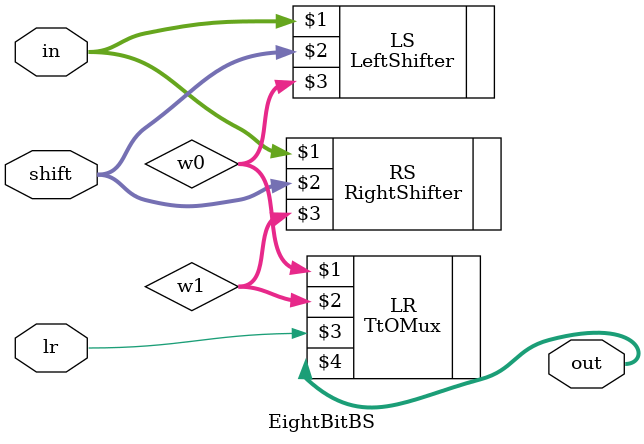
<source format=sv>
`timescale 1ns / 1ps


module EightBitBS(
    input logic [31:0] in, 
    input logic [4:0] shift,
    input logic lr,
    output logic [31:0] out
    );
    logic [31:0] w0; logic [31:0] w1;
    RightShifter RS(in, shift, w1);
    LeftShifter LS(in, shift, w0);
    TtOMux LR(w0,w1,lr,out);
    
endmodule

</source>
